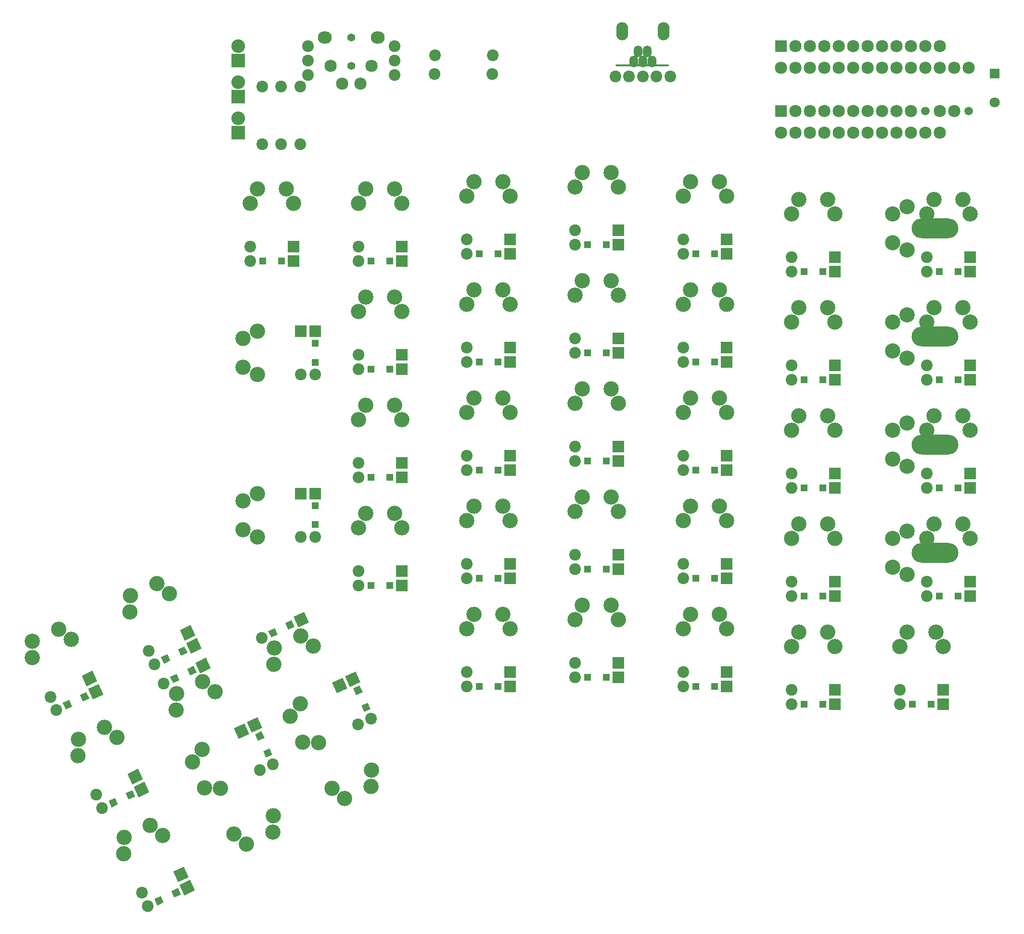
<source format=gbr>
G04 #@! TF.FileFunction,Soldermask,Top*
%FSLAX46Y46*%
G04 Gerber Fmt 4.6, Leading zero omitted, Abs format (unit mm)*
G04 Created by KiCad (PCBNEW 4.0.1-stable) date 8/23/2016 11:12:04 AM*
%MOMM*%
G01*
G04 APERTURE LIST*
%ADD10C,0.150000*%
%ADD11C,0.304800*%
%ADD12C,2.057400*%
%ADD13C,2.692400*%
%ADD14R,2.159000X2.159000*%
%ADD15C,2.159000*%
%ADD16O,2.463800X2.159000*%
%ADD17C,1.397000*%
%ADD18R,2.057400X2.057400*%
%ADD19R,1.244600X1.244600*%
%ADD20C,1.498600*%
%ADD21R,2.406400X2.406400*%
%ADD22C,2.406400*%
%ADD23O,1.549400X2.057400*%
%ADD24O,2.108200X3.200400*%
%ADD25R,1.806400X1.806400*%
%ADD26C,1.806400*%
%ADD27C,2.689860*%
%ADD28C,2.687320*%
%ADD29O,8.242300X3.479800*%
G04 APERTURE END LIST*
D10*
D11*
X141965000Y-38265000D02*
X142065000Y-38265000D01*
X132965000Y-38265000D02*
X141965000Y-38265000D01*
D12*
X53341367Y-147187736D03*
D10*
G36*
X54985576Y-147107661D02*
X54459585Y-145979670D01*
X55587576Y-145453679D01*
X56113567Y-146581670D01*
X54985576Y-147107661D01*
X54985576Y-147107661D01*
G37*
G36*
X59749862Y-145334450D02*
X58880367Y-143469813D01*
X60745004Y-142600318D01*
X61614499Y-144464955D01*
X59749862Y-145334450D01*
X59749862Y-145334450D01*
G37*
G36*
X58001224Y-145701441D02*
X57475233Y-144573450D01*
X58603224Y-144047459D01*
X59129215Y-145175450D01*
X58001224Y-145701441D01*
X58001224Y-145701441D01*
G37*
D12*
X70605747Y-139135936D03*
D10*
G36*
X72249956Y-139055861D02*
X71723965Y-137927870D01*
X72851956Y-137401879D01*
X73377947Y-138529870D01*
X72249956Y-139055861D01*
X72249956Y-139055861D01*
G37*
G36*
X77014242Y-137282650D02*
X76144747Y-135418013D01*
X78009384Y-134548518D01*
X78878879Y-136413155D01*
X77014242Y-137282650D01*
X77014242Y-137282650D01*
G37*
G36*
X75265604Y-137649641D02*
X74739613Y-136521650D01*
X75867604Y-135995659D01*
X76393595Y-137123650D01*
X75265604Y-137649641D01*
X75265604Y-137649641D01*
G37*
D13*
X77434621Y-138754526D03*
X72753017Y-143740174D03*
X79659082Y-140519823D03*
X72830577Y-140901427D03*
X60170241Y-146806326D03*
X55488637Y-151791974D03*
X62394702Y-148571623D03*
X55566197Y-148953227D03*
X85176179Y-167376434D03*
X89857783Y-162390786D03*
X82951718Y-165611137D03*
X89780223Y-165229533D03*
X67909259Y-175425694D03*
X72590863Y-170440046D03*
X65684798Y-173660397D03*
X72513303Y-173278793D03*
D12*
X70665000Y-41985000D03*
X70665000Y-52145000D03*
X73965000Y-41985000D03*
X73965000Y-52145000D03*
X77365000Y-41985000D03*
X77365000Y-52145000D03*
X101085000Y-36465000D03*
X111245000Y-36465000D03*
X100985000Y-39765000D03*
X111145000Y-39765000D03*
X78740000Y-40005000D03*
X78740000Y-37465000D03*
X78740000Y-34925000D03*
X93980000Y-40005000D03*
X93980000Y-37465000D03*
X93980000Y-34925000D03*
D14*
X161925000Y-34925000D03*
D15*
X164465000Y-34925000D03*
X167005000Y-34925000D03*
X169545000Y-34925000D03*
X172085000Y-34925000D03*
X174625000Y-34925000D03*
X177165000Y-34925000D03*
X179705000Y-34925000D03*
X182245000Y-34925000D03*
X184785000Y-34925000D03*
X187325000Y-34925000D03*
X189865000Y-34925000D03*
X189865000Y-50165000D03*
X187325000Y-50165000D03*
X184785000Y-50165000D03*
X182245000Y-50165000D03*
X179705000Y-50165000D03*
X177165000Y-50165000D03*
X174625000Y-50165000D03*
X167005000Y-50165000D03*
X164465000Y-50165000D03*
X161925000Y-50165000D03*
X172085000Y-50165000D03*
X169545000Y-50165000D03*
D16*
X90957400Y-33375600D03*
D15*
X82702400Y-38379400D03*
X87909400Y-41478200D03*
D16*
X81661000Y-33375600D03*
D15*
X84709000Y-41478200D03*
X89916000Y-38379400D03*
D17*
X86309200Y-33375600D03*
X86309200Y-38379400D03*
D13*
X74930000Y-60020200D03*
X68580000Y-62560200D03*
X76200000Y-62560200D03*
X69850000Y-60020200D03*
D12*
X68580000Y-70180200D03*
D18*
X76200000Y-70180200D03*
D12*
X68580000Y-72720200D03*
D18*
X76200000Y-72720200D03*
D19*
X70726300Y-72720200D03*
X74053700Y-72720200D03*
D13*
X67310000Y-86370160D03*
X69850000Y-92720160D03*
X69850000Y-85100160D03*
X67310000Y-91450160D03*
D12*
X77470000Y-92720160D03*
D18*
X77470000Y-85100160D03*
D12*
X80010000Y-92720160D03*
D18*
X80010000Y-85100160D03*
D19*
X80010000Y-90573860D03*
X80010000Y-87246460D03*
D13*
X67310000Y-114945160D03*
X69850000Y-121295160D03*
X69850000Y-113675160D03*
X67310000Y-120025160D03*
D12*
X77470000Y-121295160D03*
D18*
X77470000Y-113675160D03*
D12*
X80010000Y-121295160D03*
D18*
X80010000Y-113675160D03*
D19*
X80010000Y-119148860D03*
X80010000Y-115821460D03*
D13*
X189230000Y-138122660D03*
X182880000Y-140662660D03*
X190500000Y-140662660D03*
X184150000Y-138122660D03*
D12*
X182880000Y-148282660D03*
D18*
X190500000Y-148282660D03*
D12*
X182880000Y-150822660D03*
D18*
X190500000Y-150822660D03*
D19*
X185026300Y-150822660D03*
X188353700Y-150822660D03*
D13*
X93980000Y-79067660D03*
X87630000Y-81607660D03*
X95250000Y-81607660D03*
X88900000Y-79067660D03*
D12*
X87630000Y-89227660D03*
D18*
X95250000Y-89227660D03*
D12*
X87630000Y-91767660D03*
D18*
X95250000Y-91767660D03*
D19*
X89776300Y-91767660D03*
X93103700Y-91767660D03*
D13*
X42903321Y-154855586D03*
X38221717Y-159841234D03*
X45127782Y-156620883D03*
X38299277Y-157002487D03*
D12*
X41442068Y-166747299D03*
D10*
G36*
X47850562Y-164894014D02*
X46981067Y-163029377D01*
X48845704Y-162159882D01*
X49715199Y-164024519D01*
X47850562Y-164894014D01*
X47850562Y-164894014D01*
G37*
D12*
X42515518Y-169049321D03*
D10*
G36*
X48924013Y-167196036D02*
X48054518Y-165331399D01*
X49919155Y-164461904D01*
X50788650Y-166326541D01*
X48924013Y-167196036D01*
X48924013Y-167196036D01*
G37*
G36*
X44159727Y-168969246D02*
X43633736Y-167841255D01*
X44761727Y-167315264D01*
X45287718Y-168443255D01*
X44159727Y-168969246D01*
X44159727Y-168969246D01*
G37*
G36*
X47175375Y-167563026D02*
X46649384Y-166435035D01*
X47777375Y-165909044D01*
X48303366Y-167037035D01*
X47175375Y-167563026D01*
X47175375Y-167563026D01*
G37*
D13*
X50955121Y-172122506D03*
X46273517Y-177108154D03*
X53179582Y-173887803D03*
X46351077Y-174269407D03*
D12*
X49493868Y-184014219D03*
D10*
G36*
X55902362Y-182160934D02*
X55032867Y-180296297D01*
X56897504Y-179426802D01*
X57766999Y-181291439D01*
X55902362Y-182160934D01*
X55902362Y-182160934D01*
G37*
D12*
X50567318Y-186316241D03*
D10*
G36*
X56975813Y-184462956D02*
X56106318Y-182598319D01*
X57970955Y-181728824D01*
X58840450Y-183593461D01*
X56975813Y-184462956D01*
X56975813Y-184462956D01*
G37*
G36*
X52211527Y-186236166D02*
X51685536Y-185108175D01*
X52813527Y-184582184D01*
X53339518Y-185710175D01*
X52211527Y-186236166D01*
X52211527Y-186236166D01*
G37*
G36*
X55227175Y-184829946D02*
X54701184Y-183701955D01*
X55829175Y-183175964D01*
X56355166Y-184303955D01*
X55227175Y-184829946D01*
X55227175Y-184829946D01*
G37*
D13*
X34854061Y-137591206D03*
X30172457Y-142576854D03*
X37078522Y-139356503D03*
X30250017Y-139738107D03*
D12*
X33392808Y-149482919D03*
D10*
G36*
X39801302Y-147629634D02*
X38931807Y-145764997D01*
X40796444Y-144895502D01*
X41665939Y-146760139D01*
X39801302Y-147629634D01*
X39801302Y-147629634D01*
G37*
D12*
X34466258Y-151784941D03*
D10*
G36*
X40874753Y-149931656D02*
X40005258Y-148067019D01*
X41869895Y-147197524D01*
X42739390Y-149062161D01*
X40874753Y-149931656D01*
X40874753Y-149931656D01*
G37*
G36*
X36110467Y-151704866D02*
X35584476Y-150576875D01*
X36712467Y-150050884D01*
X37238458Y-151178875D01*
X36110467Y-151704866D01*
X36110467Y-151704866D01*
G37*
G36*
X39126115Y-150298646D02*
X38600124Y-149170655D01*
X39728115Y-148644664D01*
X40254106Y-149772655D01*
X39126115Y-150298646D01*
X39126115Y-150298646D01*
G37*
D13*
X52118441Y-129541946D03*
X47436837Y-134527594D03*
X54342902Y-131307243D03*
X47514397Y-131688847D03*
D12*
X50657188Y-141433659D03*
D10*
G36*
X57065682Y-139580374D02*
X56196187Y-137715737D01*
X58060824Y-136846242D01*
X58930319Y-138710879D01*
X57065682Y-139580374D01*
X57065682Y-139580374D01*
G37*
D12*
X51730638Y-143735681D03*
D10*
G36*
X58139133Y-141882396D02*
X57269638Y-140017759D01*
X59134275Y-139148264D01*
X60003770Y-141012901D01*
X58139133Y-141882396D01*
X58139133Y-141882396D01*
G37*
G36*
X53374847Y-143655606D02*
X52848856Y-142527615D01*
X53976847Y-142001624D01*
X54502838Y-143129615D01*
X53374847Y-143655606D01*
X53374847Y-143655606D01*
G37*
G36*
X56390495Y-142249386D02*
X55864504Y-141121395D01*
X56992495Y-140595404D01*
X57518486Y-141723395D01*
X56390495Y-142249386D01*
X56390495Y-142249386D01*
G37*
D13*
X170180000Y-61925200D03*
X163830000Y-64465200D03*
X171450000Y-64465200D03*
X165100000Y-61925200D03*
D12*
X163830000Y-72085200D03*
D18*
X171450000Y-72085200D03*
D12*
X163830000Y-74625200D03*
D18*
X171450000Y-74625200D03*
D19*
X165976300Y-74625200D03*
X169303700Y-74625200D03*
D13*
X151130000Y-58747660D03*
X144780000Y-61287660D03*
X152400000Y-61287660D03*
X146050000Y-58747660D03*
D12*
X144780000Y-68907660D03*
D18*
X152400000Y-68907660D03*
D12*
X144780000Y-71447660D03*
D18*
X152400000Y-71447660D03*
D19*
X146926300Y-71447660D03*
X150253700Y-71447660D03*
D13*
X132080000Y-57150000D03*
X125730000Y-59690000D03*
X133350000Y-59690000D03*
X127000000Y-57150000D03*
D12*
X125730000Y-67310000D03*
D18*
X133350000Y-67310000D03*
D12*
X125730000Y-69850000D03*
D18*
X133350000Y-69850000D03*
D19*
X127876300Y-69850000D03*
X131203700Y-69850000D03*
D13*
X113030000Y-58747660D03*
X106680000Y-61287660D03*
X114300000Y-61287660D03*
X107950000Y-58747660D03*
D12*
X106680000Y-68907660D03*
D18*
X114300000Y-68907660D03*
D12*
X106680000Y-71447660D03*
D18*
X114300000Y-71447660D03*
D19*
X108826300Y-71447660D03*
X112153700Y-71447660D03*
D13*
X151130000Y-134947660D03*
X144780000Y-137487660D03*
X152400000Y-137487660D03*
X146050000Y-134947660D03*
D12*
X144780000Y-145107660D03*
D18*
X152400000Y-145107660D03*
D12*
X144780000Y-147647660D03*
D18*
X152400000Y-147647660D03*
D19*
X146926300Y-147647660D03*
X150253700Y-147647660D03*
D13*
X170180000Y-80972660D03*
X163830000Y-83512660D03*
X171450000Y-83512660D03*
X165100000Y-80972660D03*
D12*
X163830000Y-91132660D03*
D18*
X171450000Y-91132660D03*
D12*
X163830000Y-93672660D03*
D18*
X171450000Y-93672660D03*
D19*
X165976300Y-93672660D03*
X169303700Y-93672660D03*
D13*
X132080000Y-76200000D03*
X125730000Y-78740000D03*
X133350000Y-78740000D03*
X127000000Y-76200000D03*
D12*
X125730000Y-86360000D03*
D18*
X133350000Y-86360000D03*
D12*
X125730000Y-88900000D03*
D18*
X133350000Y-88900000D03*
D19*
X127876300Y-88900000D03*
X131203700Y-88900000D03*
D13*
X113030000Y-77797660D03*
X106680000Y-80337660D03*
X114300000Y-80337660D03*
X107950000Y-77797660D03*
D12*
X106680000Y-87957660D03*
D18*
X114300000Y-87957660D03*
D12*
X106680000Y-90497660D03*
D18*
X114300000Y-90497660D03*
D19*
X108826300Y-90497660D03*
X112153700Y-90497660D03*
D13*
X170180000Y-100022660D03*
X163830000Y-102562660D03*
X171450000Y-102562660D03*
X165100000Y-100022660D03*
D12*
X163830000Y-110182660D03*
D18*
X171450000Y-110182660D03*
D12*
X163830000Y-112722660D03*
D18*
X171450000Y-112722660D03*
D19*
X165976300Y-112722660D03*
X169303700Y-112722660D03*
D13*
X151130000Y-96847660D03*
X144780000Y-99387660D03*
X152400000Y-99387660D03*
X146050000Y-96847660D03*
D12*
X144780000Y-107007660D03*
D18*
X152400000Y-107007660D03*
D12*
X144780000Y-109547660D03*
D18*
X152400000Y-109547660D03*
D19*
X146926300Y-109547660D03*
X150253700Y-109547660D03*
D13*
X132080000Y-95250000D03*
X125730000Y-97790000D03*
X133350000Y-97790000D03*
X127000000Y-95250000D03*
D12*
X125730000Y-105410000D03*
D18*
X133350000Y-105410000D03*
D12*
X125730000Y-107950000D03*
D18*
X133350000Y-107950000D03*
D19*
X127876300Y-107950000D03*
X131203700Y-107950000D03*
D13*
X113030000Y-96847660D03*
X106680000Y-99387660D03*
X114300000Y-99387660D03*
X107950000Y-96847660D03*
D12*
X106680000Y-107007660D03*
D18*
X114300000Y-107007660D03*
D12*
X106680000Y-109547660D03*
D18*
X114300000Y-109547660D03*
D19*
X108826300Y-109547660D03*
X112153700Y-109547660D03*
D13*
X93980000Y-98117660D03*
X87630000Y-100657660D03*
X95250000Y-100657660D03*
X88900000Y-98117660D03*
D12*
X87630000Y-108277660D03*
D18*
X95250000Y-108277660D03*
D12*
X87630000Y-110817660D03*
D18*
X95250000Y-110817660D03*
D19*
X89776300Y-110817660D03*
X93103700Y-110817660D03*
D13*
X170180000Y-119072660D03*
X163830000Y-121612660D03*
X171450000Y-121612660D03*
X165100000Y-119072660D03*
D12*
X163830000Y-129232660D03*
D18*
X171450000Y-129232660D03*
D12*
X163830000Y-131772660D03*
D18*
X171450000Y-131772660D03*
D19*
X165976300Y-131772660D03*
X169303700Y-131772660D03*
D13*
X151130000Y-115897660D03*
X144780000Y-118437660D03*
X152400000Y-118437660D03*
X146050000Y-115897660D03*
D12*
X144780000Y-126057660D03*
D18*
X152400000Y-126057660D03*
D12*
X144780000Y-128597660D03*
D18*
X152400000Y-128597660D03*
D19*
X146926300Y-128597660D03*
X150253700Y-128597660D03*
D13*
X132080000Y-114300000D03*
X125730000Y-116840000D03*
X133350000Y-116840000D03*
X127000000Y-114300000D03*
D12*
X125730000Y-124460000D03*
D18*
X133350000Y-124460000D03*
D12*
X125730000Y-127000000D03*
D18*
X133350000Y-127000000D03*
D19*
X127876300Y-127000000D03*
X131203700Y-127000000D03*
D13*
X113030000Y-115897660D03*
X106680000Y-118437660D03*
X114300000Y-118437660D03*
X107950000Y-115897660D03*
D12*
X106680000Y-126057660D03*
D18*
X114300000Y-126057660D03*
D12*
X106680000Y-128597660D03*
D18*
X114300000Y-128597660D03*
D19*
X108826300Y-128597660D03*
X112153700Y-128597660D03*
D13*
X93980000Y-117167660D03*
X87630000Y-119707660D03*
X95250000Y-119707660D03*
X88900000Y-117167660D03*
D12*
X87630000Y-127327660D03*
D18*
X95250000Y-127327660D03*
D12*
X87630000Y-129867660D03*
D18*
X95250000Y-129867660D03*
D19*
X89776300Y-129867660D03*
X93103700Y-129867660D03*
D13*
X170180000Y-138122660D03*
X163830000Y-140662660D03*
X171450000Y-140662660D03*
X165100000Y-138122660D03*
D12*
X163830000Y-148282660D03*
D18*
X171450000Y-148282660D03*
D12*
X163830000Y-150822660D03*
D18*
X171450000Y-150822660D03*
D19*
X165976300Y-150822660D03*
X169303700Y-150822660D03*
D13*
X132080000Y-133350000D03*
X125730000Y-135890000D03*
X133350000Y-135890000D03*
X127000000Y-133350000D03*
D12*
X125730000Y-143510000D03*
D18*
X133350000Y-143510000D03*
D12*
X125730000Y-146050000D03*
D18*
X133350000Y-146050000D03*
D19*
X127876300Y-146050000D03*
X131203700Y-146050000D03*
D13*
X113030000Y-134947660D03*
X106680000Y-137487660D03*
X114300000Y-137487660D03*
X107950000Y-134947660D03*
D12*
X106680000Y-145107660D03*
D18*
X114300000Y-145107660D03*
D12*
X106680000Y-147647660D03*
D18*
X114300000Y-147647660D03*
D19*
X108826300Y-147647660D03*
X112153700Y-147647660D03*
D13*
X75625366Y-152910359D03*
X80611014Y-157591963D03*
X77390663Y-150685898D03*
X77772267Y-157514403D03*
D12*
X87517079Y-154371612D03*
D10*
G36*
X85663794Y-147963118D02*
X83799157Y-148832613D01*
X82929662Y-146967976D01*
X84794299Y-146098481D01*
X85663794Y-147963118D01*
X85663794Y-147963118D01*
G37*
D12*
X89819101Y-153298162D03*
D10*
G36*
X87965816Y-146889667D02*
X86101179Y-147759162D01*
X85231684Y-145894525D01*
X87096321Y-145025030D01*
X87965816Y-146889667D01*
X87965816Y-146889667D01*
G37*
G36*
X89739026Y-151653953D02*
X88611035Y-152179944D01*
X88085044Y-151051953D01*
X89213035Y-150525962D01*
X89739026Y-151653953D01*
X89739026Y-151653953D01*
G37*
G36*
X88332806Y-148638305D02*
X87204815Y-149164296D01*
X86678824Y-148036305D01*
X87806815Y-147510314D01*
X88332806Y-148638305D01*
X88332806Y-148638305D01*
G37*
D13*
X58360986Y-160962159D03*
X63346634Y-165643763D03*
X60126283Y-158737698D03*
X60507887Y-165566203D03*
D12*
X70252699Y-162423412D03*
D10*
G36*
X68399414Y-156014918D02*
X66534777Y-156884413D01*
X65665282Y-155019776D01*
X67529919Y-154150281D01*
X68399414Y-156014918D01*
X68399414Y-156014918D01*
G37*
D12*
X72554721Y-161349962D03*
D10*
G36*
X70701436Y-154941467D02*
X68836799Y-155810962D01*
X67967304Y-153946325D01*
X69831941Y-153076830D01*
X70701436Y-154941467D01*
X70701436Y-154941467D01*
G37*
G36*
X72474646Y-159705753D02*
X71346655Y-160231744D01*
X70820664Y-159103753D01*
X71948655Y-158577762D01*
X72474646Y-159705753D01*
X72474646Y-159705753D01*
G37*
G36*
X71068426Y-156690105D02*
X69940435Y-157216096D01*
X69414444Y-156088105D01*
X70542435Y-155562114D01*
X71068426Y-156690105D01*
X71068426Y-156690105D01*
G37*
D13*
X151130000Y-77797660D03*
X144780000Y-80337660D03*
X152400000Y-80337660D03*
X146050000Y-77797660D03*
D12*
X144780000Y-87957660D03*
D18*
X152400000Y-87957660D03*
D12*
X144780000Y-90497660D03*
D18*
X152400000Y-90497660D03*
D19*
X146926300Y-90497660D03*
X150253700Y-90497660D03*
D13*
X93980000Y-60020200D03*
X87630000Y-62560200D03*
X95250000Y-62560200D03*
X88900000Y-60020200D03*
D12*
X87630000Y-70180200D03*
D18*
X95250000Y-70180200D03*
D12*
X87630000Y-72720200D03*
D18*
X95250000Y-72720200D03*
D19*
X89776300Y-72720200D03*
X93103700Y-72720200D03*
D15*
X164450000Y-46330000D03*
X166990000Y-46330000D03*
X169530000Y-46330000D03*
X172070000Y-46330000D03*
X174610000Y-46330000D03*
X177150000Y-46330000D03*
X179690000Y-46330000D03*
X182230000Y-46330000D03*
X184770000Y-46330000D03*
D20*
X187310000Y-46330000D03*
D15*
X189850000Y-46330000D03*
X192390000Y-46330000D03*
D20*
X194930000Y-46330000D03*
D14*
X161910000Y-46330000D03*
D15*
X194930000Y-38710000D03*
X192390000Y-38710000D03*
X189850000Y-38710000D03*
X187310000Y-38710000D03*
X184770000Y-38710000D03*
X182230000Y-38710000D03*
X179690000Y-38710000D03*
X177150000Y-38710000D03*
X174610000Y-38710000D03*
X172070000Y-38710000D03*
X169530000Y-38710000D03*
X166990000Y-38710000D03*
X164450000Y-38710000D03*
X161910000Y-38710000D03*
D21*
X66465000Y-37465000D03*
D22*
X66465000Y-34925000D03*
D21*
X66465000Y-43765000D03*
D22*
X66465000Y-41225000D03*
D21*
X66465000Y-50165000D03*
D22*
X66465000Y-47625000D03*
D23*
X136042400Y-37553900D03*
X136842500Y-35806380D03*
X137642600Y-37553900D03*
X138442700Y-35806380D03*
X139242800Y-37553900D03*
D24*
X141290040Y-32230060D03*
X133995160Y-32230060D03*
D12*
X135229600Y-40259000D03*
X132816600Y-40259000D03*
X137642600Y-40259000D03*
X142468600Y-40259000D03*
X140055600Y-40259000D03*
D25*
X199517000Y-39751000D03*
D26*
X199517000Y-44751000D03*
D13*
X193992500Y-119072660D03*
X187642500Y-121612660D03*
D27*
X195262500Y-121612660D03*
D13*
X188912500Y-119072660D03*
D12*
X187642500Y-129232660D03*
D18*
X195262500Y-129232660D03*
D12*
X187642500Y-131772660D03*
D18*
X195262500Y-131772660D03*
D19*
X189788800Y-131772660D03*
X193116200Y-131772660D03*
D28*
X181610000Y-121612660D03*
X184150000Y-120342660D03*
X184150000Y-127962660D03*
X181610000Y-126692660D03*
D29*
X189069980Y-124152660D03*
D13*
X193992500Y-100022660D03*
X187642500Y-102562660D03*
D27*
X195262500Y-102562660D03*
D13*
X188912500Y-100022660D03*
D12*
X187642500Y-110182660D03*
D18*
X195262500Y-110182660D03*
D12*
X187642500Y-112722660D03*
D18*
X195262500Y-112722660D03*
D19*
X189788800Y-112722660D03*
X193116200Y-112722660D03*
D28*
X181610000Y-102562660D03*
X184150000Y-101292660D03*
X184150000Y-108912660D03*
X181610000Y-107642660D03*
D29*
X189069980Y-105102660D03*
D13*
X193992500Y-80972660D03*
X187642500Y-83512660D03*
D27*
X195262500Y-83512660D03*
D13*
X188912500Y-80972660D03*
D12*
X187642500Y-91132660D03*
D18*
X195262500Y-91132660D03*
D12*
X187642500Y-93672660D03*
D18*
X195262500Y-93672660D03*
D19*
X189788800Y-93672660D03*
X193116200Y-93672660D03*
D28*
X181610000Y-83512660D03*
X184150000Y-82242660D03*
X184150000Y-89862660D03*
X181610000Y-88592660D03*
D29*
X189069980Y-86052660D03*
D13*
X193992500Y-61925200D03*
X187642500Y-64465200D03*
D27*
X195262500Y-64465200D03*
D13*
X188912500Y-61925200D03*
D12*
X187642500Y-72085200D03*
D18*
X195262500Y-72085200D03*
D12*
X187642500Y-74625200D03*
D18*
X195262500Y-74625200D03*
D19*
X189788800Y-74625200D03*
X193116200Y-74625200D03*
D28*
X181610000Y-64465200D03*
X184150000Y-63195200D03*
X184150000Y-70815200D03*
X181610000Y-69545200D03*
D29*
X189069980Y-67005200D03*
M02*

</source>
